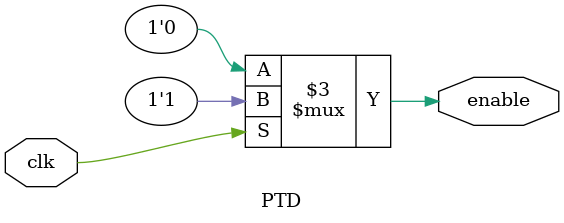
<source format=v>
`timescale 1ns / 1ps
module PTD(
    input clk,
    output reg enable
    );
	
	 always@(clk)
	 begin
		if(clk)
			enable='b1;
		else
			enable='b0;
	 end 

endmodule

</source>
